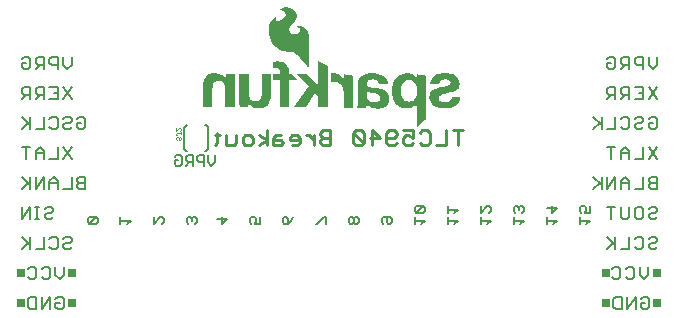
<source format=gbr>
G04 EAGLE Gerber RS-274X export*
G75*
%MOMM*%
%FSLAX34Y34*%
%LPD*%
%INSilkscreen Bottom*%
%IPPOS*%
%AMOC8*
5,1,8,0,0,1.08239X$1,22.5*%
G01*
%ADD10C,0.152400*%
%ADD11C,0.203200*%
%ADD12C,0.228600*%
%ADD13R,0.762000X0.762000*%
%ADD14C,0.025400*%

G36*
X272986Y212170D02*
X272986Y212170D01*
X272988Y212169D01*
X272989Y212172D01*
X272991Y212174D01*
X272991Y239774D01*
X272991Y239775D01*
X272791Y241375D01*
X272790Y241375D01*
X272791Y241376D01*
X272291Y242776D01*
X272290Y242776D01*
X272291Y242776D01*
X271791Y243876D01*
X271790Y243876D01*
X271790Y243877D01*
X271090Y244877D01*
X271089Y244877D01*
X271089Y244878D01*
X270189Y245578D01*
X269289Y246178D01*
X269288Y246178D01*
X269288Y246179D01*
X268288Y246579D01*
X268287Y246579D01*
X267287Y246879D01*
X266187Y247079D01*
X266186Y247079D01*
X264486Y247079D01*
X264485Y247079D01*
X263785Y246979D01*
X263785Y246978D01*
X263784Y246979D01*
X263284Y246779D01*
X262985Y246679D01*
X262786Y246679D01*
X262781Y246675D01*
X262786Y246669D01*
X262884Y246669D01*
X263183Y246470D01*
X263184Y246470D01*
X263185Y246469D01*
X263584Y246369D01*
X263983Y246070D01*
X264483Y245770D01*
X264983Y245470D01*
X265382Y245071D01*
X265682Y244572D01*
X265881Y243973D01*
X265881Y243275D01*
X265681Y242676D01*
X265282Y241977D01*
X264783Y241378D01*
X264084Y240878D01*
X263184Y240479D01*
X262085Y240179D01*
X262025Y240183D01*
X262024Y240183D01*
X261945Y240188D01*
X261866Y240193D01*
X261865Y240193D01*
X261786Y240198D01*
X261707Y240203D01*
X261706Y240203D01*
X261627Y240208D01*
X261548Y240213D01*
X261547Y240213D01*
X261468Y240218D01*
X261389Y240223D01*
X261388Y240223D01*
X261309Y240228D01*
X261230Y240233D01*
X261229Y240233D01*
X261150Y240238D01*
X261071Y240242D01*
X261070Y240242D01*
X260991Y240247D01*
X260912Y240252D01*
X260911Y240252D01*
X260832Y240257D01*
X260753Y240262D01*
X260752Y240262D01*
X260673Y240267D01*
X260594Y240272D01*
X260593Y240272D01*
X260514Y240277D01*
X260487Y240279D01*
X258988Y240679D01*
X257789Y241378D01*
X256990Y242477D01*
X256491Y243675D01*
X256494Y243715D01*
X256495Y243730D01*
X256499Y243785D01*
X256500Y243799D01*
X256504Y243854D01*
X256505Y243869D01*
X256509Y243924D01*
X256510Y243939D01*
X256514Y243993D01*
X256515Y244008D01*
X256519Y244063D01*
X256520Y244078D01*
X256524Y244132D01*
X256525Y244147D01*
X256529Y244202D01*
X256530Y244217D01*
X256534Y244271D01*
X256534Y244272D01*
X256535Y244286D01*
X256539Y244341D01*
X256540Y244356D01*
X256544Y244411D01*
X256545Y244426D01*
X256549Y244480D01*
X256550Y244495D01*
X256554Y244550D01*
X256555Y244565D01*
X256559Y244619D01*
X256560Y244634D01*
X256563Y244689D01*
X256564Y244689D01*
X256563Y244689D01*
X256565Y244704D01*
X256568Y244758D01*
X256570Y244773D01*
X256573Y244828D01*
X256574Y244843D01*
X256575Y244843D01*
X256578Y244898D01*
X256579Y244912D01*
X256583Y244967D01*
X256584Y244982D01*
X256588Y245037D01*
X256589Y245052D01*
X256591Y245073D01*
X257190Y246571D01*
X258490Y248070D01*
X260190Y249770D01*
X260190Y249771D01*
X261490Y251571D01*
X262490Y253271D01*
X262490Y253272D01*
X262491Y253273D01*
X262891Y255073D01*
X262891Y255074D01*
X262891Y256774D01*
X262890Y256775D01*
X262891Y256776D01*
X262391Y258376D01*
X262390Y258376D01*
X262390Y258377D01*
X261290Y259977D01*
X261289Y259977D01*
X261289Y259978D01*
X259589Y261478D01*
X259588Y261478D01*
X259588Y261479D01*
X257288Y262579D01*
X257287Y262578D01*
X257287Y262579D01*
X255087Y263079D01*
X255086Y263079D01*
X255083Y263079D01*
X254984Y263074D01*
X254983Y263074D01*
X254885Y263069D01*
X254884Y263069D01*
X254785Y263064D01*
X254686Y263059D01*
X254685Y263059D01*
X254586Y263054D01*
X254487Y263049D01*
X254388Y263044D01*
X254387Y263044D01*
X254288Y263039D01*
X254189Y263034D01*
X254188Y263034D01*
X254090Y263029D01*
X254089Y263029D01*
X253990Y263024D01*
X253891Y263019D01*
X253890Y263019D01*
X253791Y263014D01*
X253692Y263009D01*
X253593Y263004D01*
X253592Y263004D01*
X253493Y262999D01*
X253394Y262994D01*
X253393Y262994D01*
X253295Y262989D01*
X253294Y262989D01*
X253195Y262984D01*
X253096Y262979D01*
X253095Y262979D01*
X253086Y262979D01*
X253085Y262979D01*
X251285Y262579D01*
X251284Y262578D01*
X251284Y262579D01*
X249784Y261879D01*
X249784Y261878D01*
X248584Y261278D01*
X248583Y261278D01*
X247783Y260678D01*
X247782Y260678D01*
X247582Y260478D01*
X247582Y260476D01*
X247581Y260475D01*
X247582Y260473D01*
X247582Y260471D01*
X247584Y260471D01*
X247586Y260469D01*
X247686Y260469D01*
X247687Y260470D01*
X247687Y260469D01*
X248087Y260569D01*
X248686Y260669D01*
X249386Y260669D01*
X250185Y260569D01*
X251084Y260269D01*
X251883Y259870D01*
X252582Y259271D01*
X253082Y258671D01*
X253381Y258172D01*
X253581Y257573D01*
X253581Y256375D01*
X253381Y255776D01*
X252982Y255077D01*
X252482Y254377D01*
X251283Y253178D01*
X250583Y252678D01*
X249884Y252278D01*
X249084Y251879D01*
X248285Y251579D01*
X247586Y251479D01*
X246987Y251479D01*
X246289Y251778D01*
X245790Y252177D01*
X245491Y252776D01*
X245291Y253375D01*
X245291Y254473D01*
X245391Y254772D01*
X245390Y254773D01*
X245391Y254774D01*
X245391Y254974D01*
X245390Y254975D01*
X245391Y254976D01*
X245389Y254977D01*
X245387Y254979D01*
X245385Y254978D01*
X245383Y254978D01*
X243683Y253978D01*
X243683Y253977D01*
X243682Y253977D01*
X242082Y252277D01*
X240682Y249977D01*
X240682Y249976D01*
X240681Y249976D01*
X239681Y247076D01*
X239681Y247075D01*
X239181Y243875D01*
X239181Y243874D01*
X239381Y240374D01*
X239382Y240373D01*
X239381Y240373D01*
X240381Y236673D01*
X240382Y236672D01*
X242382Y233072D01*
X242382Y233071D01*
X243782Y231271D01*
X245282Y229671D01*
X245283Y229671D01*
X245283Y229670D01*
X246983Y228270D01*
X248883Y227070D01*
X248884Y227070D01*
X248884Y227069D01*
X250884Y226269D01*
X250885Y226269D01*
X253085Y225569D01*
X253085Y225570D01*
X253085Y225569D01*
X255485Y225269D01*
X255486Y225269D01*
X259285Y225269D01*
X260484Y224969D01*
X261483Y224470D01*
X262583Y223770D01*
X263583Y222870D01*
X264582Y221771D01*
X265782Y220471D01*
X266982Y219071D01*
X268182Y217771D01*
X270382Y215371D01*
X271282Y214371D01*
X271982Y213471D01*
X272582Y212771D01*
X272882Y212371D01*
X272982Y212172D01*
X272984Y212171D01*
X272985Y212169D01*
X272986Y212170D01*
G37*
G36*
X364387Y161271D02*
X364387Y161271D01*
X364389Y161270D01*
X365389Y162170D01*
X366389Y162970D01*
X367389Y163870D01*
X367390Y163870D01*
X368289Y164770D01*
X369289Y165570D01*
X370289Y166470D01*
X371189Y167270D01*
X372189Y168170D01*
X372190Y168173D01*
X372191Y168174D01*
X372191Y205074D01*
X372188Y205078D01*
X372187Y205079D01*
X370387Y205479D01*
X369387Y205579D01*
X368487Y205779D01*
X367587Y205879D01*
X366687Y206079D01*
X365687Y206279D01*
X364787Y206379D01*
X364781Y206375D01*
X364782Y206375D01*
X364781Y206374D01*
X364781Y202789D01*
X363990Y203877D01*
X363990Y203878D01*
X363090Y204778D01*
X363089Y204778D01*
X362189Y205578D01*
X361189Y206178D01*
X361188Y206178D01*
X361188Y206179D01*
X360088Y206579D01*
X358888Y206979D01*
X358887Y206978D01*
X358886Y206979D01*
X358853Y206982D01*
X358789Y206987D01*
X358788Y206987D01*
X358724Y206991D01*
X358659Y206996D01*
X358595Y207001D01*
X358530Y207006D01*
X358466Y207011D01*
X358401Y207016D01*
X358336Y207021D01*
X358272Y207026D01*
X358207Y207031D01*
X358143Y207036D01*
X358078Y207041D01*
X358013Y207046D01*
X357949Y207051D01*
X357884Y207056D01*
X357820Y207061D01*
X357755Y207066D01*
X357690Y207071D01*
X357626Y207076D01*
X357586Y207079D01*
X356386Y207179D01*
X353286Y206879D01*
X353285Y206878D01*
X353284Y206879D01*
X350584Y205979D01*
X350584Y205978D01*
X350583Y205978D01*
X348383Y204478D01*
X348383Y204477D01*
X348382Y204477D01*
X346582Y202577D01*
X345182Y200277D01*
X345182Y200276D01*
X345181Y200276D01*
X344281Y197776D01*
X344281Y197775D01*
X343681Y194975D01*
X343681Y194974D01*
X343481Y191974D01*
X343681Y189174D01*
X343681Y189173D01*
X344281Y186473D01*
X344282Y186473D01*
X344281Y186472D01*
X345181Y184072D01*
X345182Y184072D01*
X345182Y184071D01*
X346582Y181871D01*
X348282Y179971D01*
X348283Y179971D01*
X348283Y179970D01*
X350483Y178570D01*
X350484Y178570D01*
X350484Y178569D01*
X352984Y177669D01*
X352985Y177670D01*
X352986Y177669D01*
X355886Y177369D01*
X357186Y177469D01*
X357187Y177469D01*
X358387Y177669D01*
X359587Y177969D01*
X359588Y177970D01*
X359588Y177969D01*
X360688Y178469D01*
X360688Y178470D01*
X361788Y179070D01*
X361789Y179070D01*
X362789Y179770D01*
X362789Y179771D01*
X362790Y179771D01*
X363590Y180671D01*
X364381Y181660D01*
X364381Y161274D01*
X364382Y161273D01*
X364382Y161271D01*
X364384Y161271D01*
X364385Y161269D01*
X364387Y161271D01*
G37*
G36*
X332586Y177269D02*
X332586Y177269D01*
X332587Y177269D01*
X333587Y177369D01*
X335387Y177769D01*
X335388Y177769D01*
X336288Y178069D01*
X336288Y178070D01*
X337088Y178470D01*
X337788Y178870D01*
X337789Y178870D01*
X338489Y179370D01*
X339089Y179870D01*
X339089Y179871D01*
X339090Y179871D01*
X339590Y180571D01*
X340090Y181171D01*
X340090Y181172D01*
X340490Y181972D01*
X340491Y181972D01*
X340791Y182772D01*
X340791Y182773D01*
X341091Y183773D01*
X341191Y184673D01*
X341191Y184674D01*
X341291Y185774D01*
X341291Y185775D01*
X340991Y187975D01*
X340990Y187975D01*
X340991Y187976D01*
X340391Y189676D01*
X340390Y189676D01*
X340390Y189677D01*
X339490Y191077D01*
X339489Y191077D01*
X339489Y191078D01*
X338189Y192178D01*
X336789Y193078D01*
X336788Y193078D01*
X336788Y193079D01*
X335188Y193679D01*
X335187Y193679D01*
X333487Y194079D01*
X331687Y194379D01*
X329887Y194579D01*
X328187Y194779D01*
X326587Y194979D01*
X325287Y195379D01*
X324088Y195779D01*
X323189Y196278D01*
X322591Y197076D01*
X322491Y198074D01*
X322491Y198674D01*
X322591Y199273D01*
X322691Y199672D01*
X323090Y200472D01*
X323290Y200771D01*
X323589Y201070D01*
X323888Y201270D01*
X324288Y201469D01*
X324687Y201569D01*
X324688Y201570D01*
X325087Y201769D01*
X325486Y201769D01*
X325487Y201769D01*
X326487Y201969D01*
X327986Y201969D01*
X328585Y201869D01*
X329085Y201769D01*
X329485Y201669D01*
X329984Y201569D01*
X330384Y201370D01*
X330683Y201170D01*
X330684Y201170D01*
X331083Y200970D01*
X331682Y200371D01*
X332082Y199572D01*
X332281Y199172D01*
X332381Y198673D01*
X332382Y198673D01*
X332381Y198672D01*
X332581Y198173D01*
X332581Y197674D01*
X332585Y197669D01*
X332586Y197669D01*
X340386Y197669D01*
X340391Y197673D01*
X340390Y197674D01*
X340391Y197675D01*
X340191Y198975D01*
X339891Y200175D01*
X339890Y200176D01*
X339891Y200176D01*
X339491Y201176D01*
X339490Y201176D01*
X338990Y202176D01*
X338990Y202177D01*
X338390Y203077D01*
X337690Y203877D01*
X337689Y203877D01*
X337689Y203878D01*
X335889Y205078D01*
X335888Y205078D01*
X334988Y205578D01*
X333988Y206078D01*
X333987Y206079D01*
X331787Y206679D01*
X330587Y206879D01*
X330586Y206879D01*
X329486Y206979D01*
X328286Y207079D01*
X324886Y207079D01*
X323886Y206979D01*
X323885Y206979D01*
X321685Y206579D01*
X320685Y206379D01*
X319685Y206079D01*
X319684Y206078D01*
X319684Y206079D01*
X318784Y205679D01*
X318784Y205678D01*
X317884Y205178D01*
X317883Y205178D01*
X317083Y204578D01*
X316383Y203978D01*
X316383Y203977D01*
X316382Y203977D01*
X315782Y203177D01*
X315282Y202377D01*
X315282Y202376D01*
X315281Y202375D01*
X314981Y201375D01*
X314681Y200275D01*
X314682Y200274D01*
X314681Y200274D01*
X314681Y183375D01*
X314581Y182875D01*
X314581Y182874D01*
X314581Y181575D01*
X314481Y181075D01*
X314481Y181074D01*
X314481Y180675D01*
X314181Y179475D01*
X314182Y179474D01*
X314181Y179474D01*
X314181Y179175D01*
X314082Y178876D01*
X313882Y178577D01*
X313882Y178576D01*
X313881Y178576D01*
X313781Y178276D01*
X313682Y178076D01*
X313682Y178075D01*
X313681Y178075D01*
X313682Y178073D01*
X313683Y178070D01*
X313685Y178070D01*
X313686Y178069D01*
X321586Y178069D01*
X321591Y178073D01*
X321591Y178074D01*
X321591Y178272D01*
X321690Y178370D01*
X321690Y178373D01*
X321691Y178374D01*
X321691Y178573D01*
X321790Y178771D01*
X321890Y178870D01*
X321890Y178872D01*
X321891Y178873D01*
X321891Y178874D01*
X321891Y179272D01*
X321990Y179370D01*
X321990Y179373D01*
X321991Y179374D01*
X321991Y179773D01*
X322090Y179972D01*
X322090Y179973D01*
X322091Y179974D01*
X322091Y180764D01*
X322583Y180370D01*
X323082Y179870D01*
X323083Y179870D01*
X323583Y179470D01*
X324083Y179170D01*
X324084Y179170D01*
X325884Y178270D01*
X325884Y178269D01*
X327084Y177869D01*
X327085Y177870D01*
X327085Y177869D01*
X327685Y177769D01*
X328385Y177569D01*
X328985Y177469D01*
X329685Y177369D01*
X329686Y177369D01*
X330286Y177369D01*
X330985Y177269D01*
X330986Y177269D01*
X332586Y177269D01*
X332586Y177269D01*
G37*
G36*
X270488Y178171D02*
X270488Y178171D01*
X270490Y178171D01*
X278287Y190766D01*
X281281Y187872D01*
X281281Y178174D01*
X281285Y178169D01*
X281286Y178169D01*
X289086Y178169D01*
X289091Y178173D01*
X289091Y178174D01*
X289091Y212874D01*
X289089Y212876D01*
X289088Y212878D01*
X281288Y217178D01*
X281287Y217178D01*
X281287Y217179D01*
X281286Y217179D01*
X281285Y217178D01*
X281282Y217177D01*
X281282Y217175D01*
X281281Y217174D01*
X281281Y196286D01*
X271490Y206377D01*
X271487Y206378D01*
X271486Y206379D01*
X262286Y206379D01*
X262285Y206378D01*
X262283Y206378D01*
X262283Y206376D01*
X262281Y206375D01*
X262283Y206373D01*
X262283Y206370D01*
X272980Y195973D01*
X261082Y178177D01*
X261082Y178175D01*
X261081Y178175D01*
X261082Y178173D01*
X261083Y178170D01*
X261085Y178171D01*
X261086Y178169D01*
X270486Y178169D01*
X270488Y178171D01*
G37*
G36*
X191591Y178173D02*
X191591Y178173D01*
X191591Y178174D01*
X191591Y194074D01*
X191691Y195773D01*
X191891Y197173D01*
X192191Y198372D01*
X192690Y199371D01*
X193389Y200070D01*
X194288Y200569D01*
X195287Y200969D01*
X196586Y201069D01*
X197985Y200969D01*
X199284Y200569D01*
X200283Y199970D01*
X201182Y199171D01*
X201781Y198072D01*
X202181Y196673D01*
X202481Y194973D01*
X202581Y192974D01*
X202581Y178174D01*
X202585Y178169D01*
X202586Y178169D01*
X210386Y178169D01*
X210391Y178173D01*
X210391Y178174D01*
X210391Y202874D01*
X210291Y206374D01*
X210286Y206379D01*
X202886Y206379D01*
X202881Y206375D01*
X202881Y206374D01*
X202881Y202479D01*
X202789Y202479D01*
X201990Y203577D01*
X201090Y204577D01*
X201089Y204577D01*
X201089Y204578D01*
X200089Y205378D01*
X198989Y206078D01*
X198988Y206078D01*
X198988Y206079D01*
X197788Y206579D01*
X197787Y206578D01*
X197787Y206579D01*
X196587Y206879D01*
X195387Y207079D01*
X195386Y207079D01*
X194186Y207179D01*
X194152Y207177D01*
X194083Y207172D01*
X194013Y207167D01*
X193944Y207162D01*
X193874Y207157D01*
X193805Y207152D01*
X193735Y207147D01*
X193665Y207142D01*
X193596Y207137D01*
X193526Y207132D01*
X193457Y207127D01*
X193387Y207122D01*
X193318Y207117D01*
X193248Y207112D01*
X193179Y207107D01*
X193178Y207107D01*
X193109Y207102D01*
X193039Y207097D01*
X192970Y207092D01*
X192900Y207087D01*
X192831Y207082D01*
X192761Y207077D01*
X192692Y207072D01*
X192622Y207067D01*
X192552Y207062D01*
X192483Y207057D01*
X192413Y207052D01*
X192344Y207047D01*
X192274Y207042D01*
X192205Y207037D01*
X192135Y207033D01*
X192066Y207028D01*
X192065Y207028D01*
X191996Y207023D01*
X191926Y207018D01*
X191857Y207013D01*
X191787Y207008D01*
X191718Y207003D01*
X191648Y206998D01*
X191579Y206993D01*
X191509Y206988D01*
X191439Y206983D01*
X191386Y206979D01*
X191385Y206979D01*
X189085Y206379D01*
X189084Y206378D01*
X187284Y205378D01*
X187283Y205377D01*
X187282Y205378D01*
X185882Y203978D01*
X185882Y203977D01*
X184882Y202277D01*
X184882Y202276D01*
X184881Y202275D01*
X184281Y200275D01*
X183881Y198075D01*
X183881Y198074D01*
X183781Y195574D01*
X183781Y178174D01*
X183785Y178169D01*
X183786Y178169D01*
X191586Y178169D01*
X191591Y178173D01*
G37*
G36*
X233486Y177569D02*
X233486Y177569D01*
X233487Y177570D01*
X233487Y177569D01*
X235787Y178169D01*
X235788Y178170D01*
X237588Y179170D01*
X237589Y179171D01*
X237590Y179170D01*
X238990Y180570D01*
X238990Y180571D01*
X238990Y180572D01*
X239890Y182272D01*
X239891Y182272D01*
X240591Y184272D01*
X240590Y184273D01*
X240591Y184273D01*
X240891Y186473D01*
X240891Y186474D01*
X240991Y188974D01*
X240991Y206374D01*
X240987Y206379D01*
X240986Y206379D01*
X233286Y206379D01*
X233281Y206375D01*
X233281Y206374D01*
X233281Y190474D01*
X233181Y188775D01*
X232981Y187375D01*
X232581Y186176D01*
X232082Y185177D01*
X231483Y184478D01*
X230584Y183879D01*
X229485Y183579D01*
X228286Y183479D01*
X228262Y183481D01*
X228188Y183486D01*
X228187Y183486D01*
X228113Y183491D01*
X228039Y183496D01*
X228038Y183496D01*
X227964Y183500D01*
X227889Y183505D01*
X227815Y183510D01*
X227740Y183515D01*
X227666Y183520D01*
X227591Y183525D01*
X227517Y183530D01*
X227442Y183535D01*
X227368Y183540D01*
X227293Y183545D01*
X227219Y183550D01*
X227144Y183555D01*
X227070Y183560D01*
X227069Y183560D01*
X226995Y183565D01*
X226921Y183570D01*
X226920Y183570D01*
X226846Y183575D01*
X226787Y183579D01*
X225588Y183979D01*
X224489Y184578D01*
X223690Y185377D01*
X223091Y186476D01*
X222591Y187875D01*
X222291Y189574D01*
X222291Y206374D01*
X222287Y206379D01*
X222286Y206379D01*
X214486Y206379D01*
X214481Y206375D01*
X214481Y206374D01*
X214481Y181674D01*
X214581Y178174D01*
X214586Y178169D01*
X221986Y178169D01*
X221991Y178173D01*
X221991Y178174D01*
X221991Y182059D01*
X222782Y180971D01*
X222783Y180971D01*
X222782Y180970D01*
X223782Y179970D01*
X223783Y179970D01*
X224783Y179170D01*
X225883Y178470D01*
X225884Y178470D01*
X225884Y178469D01*
X226984Y177969D01*
X226985Y177970D01*
X226985Y177969D01*
X228185Y177669D01*
X229485Y177469D01*
X229486Y177469D01*
X230686Y177369D01*
X233486Y177569D01*
G37*
G36*
X390686Y177469D02*
X390686Y177469D01*
X390687Y177469D01*
X393087Y177869D01*
X393088Y177869D01*
X395288Y178569D01*
X395288Y178570D01*
X397288Y179570D01*
X397289Y179570D01*
X398989Y180870D01*
X398989Y180871D01*
X398990Y180871D01*
X400290Y182571D01*
X400290Y182572D01*
X400291Y182572D01*
X401191Y184772D01*
X401190Y184773D01*
X401191Y184773D01*
X401591Y187273D01*
X401590Y187274D01*
X401587Y187279D01*
X401587Y187278D01*
X401586Y187279D01*
X394186Y187279D01*
X394181Y187275D01*
X394181Y187274D01*
X394081Y186175D01*
X393682Y185177D01*
X393082Y184377D01*
X392283Y183678D01*
X391384Y183179D01*
X390385Y182879D01*
X389385Y182679D01*
X388186Y182579D01*
X387387Y182579D01*
X386487Y182779D01*
X385688Y182979D01*
X384888Y183378D01*
X384189Y183778D01*
X383590Y184477D01*
X383291Y185275D01*
X383091Y186174D01*
X383291Y186972D01*
X383690Y187671D01*
X384489Y188270D01*
X385488Y188770D01*
X386688Y189269D01*
X388187Y189669D01*
X389987Y190069D01*
X393587Y190969D01*
X395287Y191469D01*
X395288Y191470D01*
X395288Y191469D01*
X396788Y192069D01*
X396788Y192070D01*
X398088Y192770D01*
X398089Y192770D01*
X399289Y193770D01*
X399289Y193771D01*
X399290Y193771D01*
X400190Y194971D01*
X400190Y194972D01*
X400191Y194972D01*
X400691Y196372D01*
X400690Y196373D01*
X400691Y196373D01*
X400891Y198073D01*
X400890Y198074D01*
X400891Y198075D01*
X400591Y200575D01*
X400590Y200575D01*
X400591Y200576D01*
X399891Y202576D01*
X399890Y202576D01*
X399890Y202577D01*
X398590Y204177D01*
X398589Y204177D01*
X398589Y204178D01*
X396989Y205378D01*
X396988Y205378D01*
X396988Y205379D01*
X395188Y206179D01*
X395188Y206178D01*
X395187Y206179D01*
X393087Y206779D01*
X390887Y207079D01*
X390886Y207079D01*
X390813Y207082D01*
X390699Y207087D01*
X390585Y207092D01*
X390584Y207092D01*
X390471Y207097D01*
X390470Y207097D01*
X390356Y207102D01*
X390242Y207107D01*
X390128Y207112D01*
X390127Y207112D01*
X390013Y207117D01*
X389899Y207122D01*
X389785Y207127D01*
X389784Y207127D01*
X389671Y207132D01*
X389670Y207132D01*
X389556Y207137D01*
X389442Y207142D01*
X389328Y207147D01*
X389327Y207147D01*
X389214Y207152D01*
X389213Y207152D01*
X389099Y207157D01*
X388985Y207162D01*
X388984Y207162D01*
X388871Y207167D01*
X388870Y207167D01*
X388756Y207172D01*
X388642Y207177D01*
X388586Y207179D01*
X388530Y207177D01*
X388416Y207172D01*
X388302Y207167D01*
X388301Y207167D01*
X388188Y207162D01*
X388187Y207162D01*
X388073Y207157D01*
X387959Y207152D01*
X387845Y207147D01*
X387844Y207147D01*
X387730Y207142D01*
X387616Y207137D01*
X387502Y207132D01*
X387501Y207132D01*
X387388Y207127D01*
X387387Y207127D01*
X387273Y207122D01*
X387159Y207117D01*
X387045Y207112D01*
X387044Y207112D01*
X386931Y207107D01*
X386930Y207107D01*
X386816Y207102D01*
X386702Y207097D01*
X386701Y207097D01*
X386588Y207092D01*
X386587Y207092D01*
X386473Y207087D01*
X386359Y207082D01*
X386286Y207079D01*
X386285Y207079D01*
X384185Y206779D01*
X382085Y206179D01*
X382084Y206178D01*
X380284Y205278D01*
X380283Y205278D01*
X378683Y204078D01*
X378683Y204077D01*
X378682Y204077D01*
X377482Y202477D01*
X377482Y202476D01*
X376582Y200576D01*
X376582Y200575D01*
X376581Y200575D01*
X376081Y198175D01*
X376082Y198174D01*
X376084Y198169D01*
X376085Y198170D01*
X376086Y198169D01*
X383486Y198169D01*
X383490Y198172D01*
X383491Y198173D01*
X383691Y199172D01*
X384090Y199971D01*
X384590Y200671D01*
X385189Y201170D01*
X385988Y201569D01*
X386887Y201769D01*
X387787Y201969D01*
X389486Y201969D01*
X390285Y201869D01*
X390985Y201769D01*
X391684Y201569D01*
X392283Y201170D01*
X392682Y200771D01*
X392981Y200172D01*
X393181Y199374D01*
X392981Y198376D01*
X392383Y197678D01*
X391484Y197078D01*
X390384Y196579D01*
X389085Y196179D01*
X387585Y195879D01*
X385985Y195479D01*
X384285Y195179D01*
X382685Y194679D01*
X380985Y194179D01*
X380984Y194179D01*
X379484Y193579D01*
X379484Y193578D01*
X379483Y193578D01*
X378183Y192778D01*
X376983Y191778D01*
X376983Y191777D01*
X376982Y191777D01*
X376082Y190477D01*
X376082Y190476D01*
X376081Y190476D01*
X375581Y188976D01*
X375582Y188975D01*
X375581Y188975D01*
X375381Y187175D01*
X375382Y187174D01*
X375381Y187173D01*
X375681Y184673D01*
X375682Y184673D01*
X375681Y184672D01*
X376481Y182572D01*
X376482Y182572D01*
X376482Y182571D01*
X377782Y180871D01*
X377783Y180871D01*
X377783Y180870D01*
X379383Y179470D01*
X379384Y179470D01*
X381384Y178470D01*
X381385Y178469D01*
X383585Y177869D01*
X385885Y177469D01*
X385886Y177469D01*
X388286Y177369D01*
X390686Y177469D01*
G37*
G36*
X256391Y178173D02*
X256391Y178173D01*
X256391Y178174D01*
X256391Y201169D01*
X264086Y201169D01*
X264087Y201170D01*
X264089Y201170D01*
X264089Y201172D01*
X264091Y201173D01*
X264089Y201175D01*
X264090Y201178D01*
X263390Y201878D01*
X263389Y201878D01*
X262690Y202478D01*
X262090Y203177D01*
X262089Y203177D01*
X262089Y203178D01*
X261390Y203778D01*
X260790Y204477D01*
X260789Y204477D01*
X260789Y204478D01*
X260090Y205078D01*
X258790Y206378D01*
X258787Y206378D01*
X258786Y206379D01*
X256391Y206379D01*
X256391Y208574D01*
X256291Y210374D01*
X256290Y210375D01*
X256291Y210375D01*
X255791Y212075D01*
X255790Y212076D01*
X255090Y213476D01*
X255090Y213477D01*
X254090Y214777D01*
X254089Y214777D01*
X254089Y214778D01*
X252689Y215778D01*
X252688Y215778D01*
X251088Y216578D01*
X251087Y216578D01*
X251087Y216579D01*
X249187Y216979D01*
X249186Y216979D01*
X246886Y217179D01*
X245386Y217179D01*
X245385Y217179D01*
X244886Y217079D01*
X243786Y217079D01*
X243785Y217079D01*
X243286Y216979D01*
X242786Y216979D01*
X242781Y216975D01*
X242781Y216974D01*
X242781Y211174D01*
X242781Y211173D01*
X242782Y211173D01*
X242785Y211169D01*
X242786Y211170D01*
X242787Y211169D01*
X243187Y211269D01*
X244986Y211269D01*
X244987Y211270D01*
X244988Y211269D01*
X245287Y211369D01*
X245686Y211369D01*
X246385Y211269D01*
X246985Y211169D01*
X247583Y210970D01*
X247982Y210571D01*
X248282Y210172D01*
X248481Y209573D01*
X248581Y208874D01*
X248581Y206379D01*
X243286Y206379D01*
X243281Y206375D01*
X243281Y206374D01*
X243281Y201174D01*
X243285Y201169D01*
X243286Y201169D01*
X248581Y201169D01*
X248581Y178174D01*
X248585Y178169D01*
X248586Y178169D01*
X256386Y178169D01*
X256391Y178173D01*
G37*
G36*
X310391Y178073D02*
X310391Y178073D01*
X310391Y178074D01*
X310391Y201674D01*
X310291Y205074D01*
X310288Y205078D01*
X310287Y205079D01*
X309387Y205279D01*
X308387Y205379D01*
X306587Y205779D01*
X305687Y205879D01*
X304787Y206079D01*
X303787Y206279D01*
X302887Y206379D01*
X302881Y206375D01*
X302882Y206375D01*
X302881Y206374D01*
X302881Y201194D01*
X302190Y202476D01*
X302190Y202477D01*
X301390Y203577D01*
X301390Y203578D01*
X300390Y204578D01*
X300389Y204578D01*
X299189Y205478D01*
X297989Y206178D01*
X297988Y206178D01*
X297988Y206179D01*
X296688Y206779D01*
X296687Y206778D01*
X296687Y206779D01*
X295287Y207079D01*
X295286Y207079D01*
X295248Y207082D01*
X295247Y207082D01*
X295173Y207087D01*
X295099Y207092D01*
X295098Y207092D01*
X295024Y207096D01*
X294949Y207101D01*
X294875Y207106D01*
X294800Y207111D01*
X294726Y207116D01*
X294651Y207121D01*
X294577Y207126D01*
X294502Y207131D01*
X294428Y207136D01*
X294353Y207141D01*
X294279Y207146D01*
X294204Y207151D01*
X294130Y207156D01*
X294129Y207156D01*
X294055Y207161D01*
X293981Y207166D01*
X293980Y207166D01*
X293906Y207171D01*
X293831Y207176D01*
X293786Y207179D01*
X293186Y207179D01*
X293185Y207178D01*
X293184Y207178D01*
X292985Y207079D01*
X292786Y207079D01*
X292785Y207078D01*
X292784Y207079D01*
X292485Y206979D01*
X292286Y206979D01*
X292285Y206978D01*
X292284Y206978D01*
X292084Y206878D01*
X292083Y206875D01*
X292081Y206874D01*
X292081Y199674D01*
X292081Y199673D01*
X292083Y199672D01*
X292085Y199669D01*
X292086Y199670D01*
X292088Y199669D01*
X292387Y199769D01*
X292686Y199769D01*
X292687Y199770D01*
X292687Y199769D01*
X293087Y199869D01*
X293786Y199869D01*
X293787Y199870D01*
X293787Y199869D01*
X294187Y199969D01*
X294886Y199969D01*
X296885Y199769D01*
X298484Y199269D01*
X299883Y198370D01*
X300882Y197271D01*
X301681Y195972D01*
X302181Y194373D01*
X302481Y192673D01*
X302581Y190874D01*
X302581Y178074D01*
X302585Y178069D01*
X302586Y178069D01*
X310386Y178069D01*
X310391Y178073D01*
G37*
%LPC*%
G36*
X356187Y183379D02*
X356187Y183379D01*
X354789Y183978D01*
X353589Y184878D01*
X352690Y185977D01*
X352091Y187376D01*
X351591Y188875D01*
X351391Y190474D01*
X351291Y192174D01*
X351391Y193873D01*
X351591Y195573D01*
X352091Y197072D01*
X352790Y198471D01*
X353690Y199670D01*
X354888Y200570D01*
X356287Y201069D01*
X358086Y201269D01*
X359785Y201069D01*
X361284Y200570D01*
X362382Y199671D01*
X363282Y198471D01*
X363981Y197072D01*
X364381Y195573D01*
X364681Y193873D01*
X364781Y192174D01*
X364681Y190475D01*
X364381Y188875D01*
X363981Y187376D01*
X363282Y185977D01*
X362383Y184878D01*
X361183Y183978D01*
X359685Y183379D01*
X357986Y183179D01*
X356187Y183379D01*
G37*
%LPD*%
%LPC*%
G36*
X327686Y182579D02*
X327686Y182579D01*
X326687Y182779D01*
X325888Y182979D01*
X325188Y183378D01*
X324589Y183678D01*
X324090Y184177D01*
X323690Y184677D01*
X323290Y185177D01*
X323091Y185676D01*
X323090Y185676D01*
X322791Y186276D01*
X322691Y186775D01*
X322491Y187774D01*
X322491Y191962D01*
X322682Y191770D01*
X322683Y191770D01*
X323283Y191370D01*
X323284Y191370D01*
X323285Y191369D01*
X324085Y191169D01*
X324384Y191069D01*
X324385Y191069D01*
X324885Y190969D01*
X325685Y190769D01*
X325686Y190769D01*
X326185Y190769D01*
X326585Y190669D01*
X327085Y190569D01*
X327086Y190569D01*
X327486Y190569D01*
X327985Y190469D01*
X328485Y190369D01*
X328885Y190269D01*
X329385Y190169D01*
X330584Y189869D01*
X330984Y189670D01*
X330985Y189670D01*
X330985Y189669D01*
X331384Y189569D01*
X331784Y189370D01*
X332083Y189170D01*
X332682Y188571D01*
X333082Y187972D01*
X333281Y187572D01*
X333381Y187173D01*
X333481Y186674D01*
X333481Y185675D01*
X333381Y185175D01*
X333281Y184776D01*
X333082Y184376D01*
X332682Y183777D01*
X332383Y183478D01*
X332084Y183278D01*
X331684Y183079D01*
X331384Y182979D01*
X331384Y182978D01*
X330984Y182779D01*
X330585Y182679D01*
X330086Y182579D01*
X327686Y182579D01*
G37*
%LPD*%
D10*
X193548Y137675D02*
X193548Y131913D01*
X190667Y129032D01*
X187786Y131913D01*
X187786Y137675D01*
X184193Y137675D02*
X184193Y129032D01*
X184193Y137675D02*
X179871Y137675D01*
X178431Y136235D01*
X178431Y133354D01*
X179871Y131913D01*
X184193Y131913D01*
X174838Y129032D02*
X174838Y137675D01*
X170516Y137675D01*
X169075Y136235D01*
X169075Y133354D01*
X170516Y131913D01*
X174838Y131913D01*
X171957Y131913D02*
X169075Y129032D01*
X161161Y137675D02*
X159720Y136235D01*
X161161Y137675D02*
X164042Y137675D01*
X165482Y136235D01*
X165482Y130473D01*
X164042Y129032D01*
X161161Y129032D01*
X159720Y130473D01*
X159720Y133354D01*
X162601Y133354D01*
D11*
X554476Y16264D02*
X556255Y18043D01*
X559815Y18043D01*
X561594Y16264D01*
X561594Y9146D01*
X559815Y7366D01*
X556255Y7366D01*
X554476Y9146D01*
X554476Y12705D01*
X558035Y12705D01*
X549900Y18043D02*
X549900Y7366D01*
X542782Y7366D02*
X549900Y18043D01*
X542782Y18043D02*
X542782Y7366D01*
X538206Y7366D02*
X538206Y18043D01*
X538206Y7366D02*
X532868Y7366D01*
X531088Y9146D01*
X531088Y16264D01*
X532868Y18043D01*
X538206Y18043D01*
X560324Y36325D02*
X560324Y43443D01*
X560324Y36325D02*
X556765Y32766D01*
X553206Y36325D01*
X553206Y43443D01*
X543291Y43443D02*
X541512Y41664D01*
X543291Y43443D02*
X546851Y43443D01*
X548630Y41664D01*
X548630Y34546D01*
X546851Y32766D01*
X543291Y32766D01*
X541512Y34546D01*
X531598Y43443D02*
X529818Y41664D01*
X531598Y43443D02*
X535157Y43443D01*
X536936Y41664D01*
X536936Y34546D01*
X535157Y32766D01*
X531598Y32766D01*
X529818Y34546D01*
X560826Y67064D02*
X562605Y68843D01*
X566165Y68843D01*
X567944Y67064D01*
X567944Y65284D01*
X566165Y63505D01*
X562605Y63505D01*
X560826Y61725D01*
X560826Y59946D01*
X562605Y58166D01*
X566165Y58166D01*
X567944Y59946D01*
X550911Y68843D02*
X549132Y67064D01*
X550911Y68843D02*
X554471Y68843D01*
X556250Y67064D01*
X556250Y59946D01*
X554471Y58166D01*
X550911Y58166D01*
X549132Y59946D01*
X544556Y58166D02*
X544556Y68843D01*
X544556Y58166D02*
X537438Y58166D01*
X532862Y58166D02*
X532862Y68843D01*
X532862Y61725D02*
X525744Y68843D01*
X531083Y63505D02*
X525744Y58166D01*
X560826Y92464D02*
X562605Y94243D01*
X566165Y94243D01*
X567944Y92464D01*
X567944Y90684D01*
X566165Y88905D01*
X562605Y88905D01*
X560826Y87125D01*
X560826Y85346D01*
X562605Y83566D01*
X566165Y83566D01*
X567944Y85346D01*
X554471Y94243D02*
X550911Y94243D01*
X554471Y94243D02*
X556250Y92464D01*
X556250Y85346D01*
X554471Y83566D01*
X550911Y83566D01*
X549132Y85346D01*
X549132Y92464D01*
X550911Y94243D01*
X544556Y94243D02*
X544556Y85346D01*
X542777Y83566D01*
X539218Y83566D01*
X537438Y85346D01*
X537438Y94243D01*
X529303Y94243D02*
X529303Y83566D01*
X532862Y94243D02*
X525744Y94243D01*
X567944Y108966D02*
X567944Y119643D01*
X562605Y119643D01*
X560826Y117864D01*
X560826Y116084D01*
X562605Y114305D01*
X560826Y112525D01*
X560826Y110746D01*
X562605Y108966D01*
X567944Y108966D01*
X567944Y114305D02*
X562605Y114305D01*
X556250Y119643D02*
X556250Y108966D01*
X549132Y108966D01*
X544556Y108966D02*
X544556Y116084D01*
X540997Y119643D01*
X537438Y116084D01*
X537438Y108966D01*
X537438Y114305D02*
X544556Y114305D01*
X532862Y119643D02*
X532862Y108966D01*
X525744Y108966D02*
X532862Y119643D01*
X525744Y119643D02*
X525744Y108966D01*
X521168Y108966D02*
X521168Y119643D01*
X521168Y112525D02*
X514050Y119643D01*
X519389Y114305D02*
X514050Y108966D01*
X560826Y134366D02*
X567944Y145043D01*
X560826Y145043D02*
X567944Y134366D01*
X556250Y134366D02*
X556250Y145043D01*
X556250Y134366D02*
X549132Y134366D01*
X544556Y134366D02*
X544556Y141484D01*
X540997Y145043D01*
X537438Y141484D01*
X537438Y134366D01*
X537438Y139705D02*
X544556Y139705D01*
X529303Y134366D02*
X529303Y145043D01*
X532862Y145043D02*
X525744Y145043D01*
X560826Y168664D02*
X562605Y170443D01*
X566165Y170443D01*
X567944Y168664D01*
X567944Y161546D01*
X566165Y159766D01*
X562605Y159766D01*
X560826Y161546D01*
X560826Y165105D01*
X564385Y165105D01*
X550911Y170443D02*
X549132Y168664D01*
X550911Y170443D02*
X554471Y170443D01*
X556250Y168664D01*
X556250Y166884D01*
X554471Y165105D01*
X550911Y165105D01*
X549132Y163325D01*
X549132Y161546D01*
X550911Y159766D01*
X554471Y159766D01*
X556250Y161546D01*
X539218Y170443D02*
X537438Y168664D01*
X539218Y170443D02*
X542777Y170443D01*
X544556Y168664D01*
X544556Y161546D01*
X542777Y159766D01*
X539218Y159766D01*
X537438Y161546D01*
X532862Y159766D02*
X532862Y170443D01*
X532862Y159766D02*
X525744Y159766D01*
X521168Y159766D02*
X521168Y170443D01*
X521168Y163325D02*
X514050Y170443D01*
X519389Y165105D02*
X514050Y159766D01*
X567944Y214125D02*
X567944Y221243D01*
X567944Y214125D02*
X564385Y210566D01*
X560826Y214125D01*
X560826Y221243D01*
X556250Y221243D02*
X556250Y210566D01*
X556250Y221243D02*
X550911Y221243D01*
X549132Y219464D01*
X549132Y215905D01*
X550911Y214125D01*
X556250Y214125D01*
X544556Y210566D02*
X544556Y221243D01*
X539218Y221243D01*
X537438Y219464D01*
X537438Y215905D01*
X539218Y214125D01*
X544556Y214125D01*
X540997Y214125D02*
X537438Y210566D01*
X527524Y221243D02*
X525744Y219464D01*
X527524Y221243D02*
X531083Y221243D01*
X532862Y219464D01*
X532862Y212346D01*
X531083Y210566D01*
X527524Y210566D01*
X525744Y212346D01*
X525744Y215905D01*
X529303Y215905D01*
X567944Y195843D02*
X560826Y185166D01*
X567944Y185166D02*
X560826Y195843D01*
X556250Y195843D02*
X549132Y195843D01*
X556250Y195843D02*
X556250Y185166D01*
X549132Y185166D01*
X552691Y190505D02*
X556250Y190505D01*
X544556Y195843D02*
X544556Y185166D01*
X544556Y195843D02*
X539218Y195843D01*
X537438Y194064D01*
X537438Y190505D01*
X539218Y188725D01*
X544556Y188725D01*
X540997Y188725D02*
X537438Y185166D01*
X532862Y185166D02*
X532862Y195843D01*
X527524Y195843D01*
X525744Y194064D01*
X525744Y190505D01*
X527524Y188725D01*
X532862Y188725D01*
X529303Y188725D02*
X525744Y185166D01*
X60477Y18043D02*
X58698Y16264D01*
X60477Y18043D02*
X64036Y18043D01*
X65816Y16264D01*
X65816Y9146D01*
X64036Y7366D01*
X60477Y7366D01*
X58698Y9146D01*
X58698Y12705D01*
X62257Y12705D01*
X54122Y18043D02*
X54122Y7366D01*
X47004Y7366D02*
X54122Y18043D01*
X47004Y18043D02*
X47004Y7366D01*
X42428Y7366D02*
X42428Y18043D01*
X42428Y7366D02*
X37089Y7366D01*
X35310Y9146D01*
X35310Y16264D01*
X37089Y18043D01*
X42428Y18043D01*
X65816Y36325D02*
X65816Y43443D01*
X65816Y36325D02*
X62257Y32766D01*
X58698Y36325D01*
X58698Y43443D01*
X48783Y43443D02*
X47004Y41664D01*
X48783Y43443D02*
X52343Y43443D01*
X54122Y41664D01*
X54122Y34546D01*
X52343Y32766D01*
X48783Y32766D01*
X47004Y34546D01*
X37089Y43443D02*
X35310Y41664D01*
X37089Y43443D02*
X40649Y43443D01*
X42428Y41664D01*
X42428Y34546D01*
X40649Y32766D01*
X37089Y32766D01*
X35310Y34546D01*
X65312Y67064D02*
X67091Y68843D01*
X70650Y68843D01*
X72430Y67064D01*
X72430Y65284D01*
X70650Y63505D01*
X67091Y63505D01*
X65312Y61725D01*
X65312Y59946D01*
X67091Y58166D01*
X70650Y58166D01*
X72430Y59946D01*
X55397Y68843D02*
X53618Y67064D01*
X55397Y68843D02*
X58957Y68843D01*
X60736Y67064D01*
X60736Y59946D01*
X58957Y58166D01*
X55397Y58166D01*
X53618Y59946D01*
X49042Y58166D02*
X49042Y68843D01*
X49042Y58166D02*
X41924Y58166D01*
X37348Y58166D02*
X37348Y68843D01*
X37348Y61725D02*
X30230Y68843D01*
X35569Y63505D02*
X30230Y58166D01*
X49720Y92464D02*
X51499Y94243D01*
X55058Y94243D01*
X56838Y92464D01*
X56838Y90684D01*
X55058Y88905D01*
X51499Y88905D01*
X49720Y87125D01*
X49720Y85346D01*
X51499Y83566D01*
X55058Y83566D01*
X56838Y85346D01*
X45144Y83566D02*
X41585Y83566D01*
X43365Y83566D02*
X43365Y94243D01*
X45144Y94243D02*
X41585Y94243D01*
X37348Y94243D02*
X37348Y83566D01*
X30230Y83566D02*
X37348Y94243D01*
X30230Y94243D02*
X30230Y83566D01*
X84124Y108966D02*
X84124Y119643D01*
X78785Y119643D01*
X77006Y117864D01*
X77006Y116084D01*
X78785Y114305D01*
X77006Y112525D01*
X77006Y110746D01*
X78785Y108966D01*
X84124Y108966D01*
X84124Y114305D02*
X78785Y114305D01*
X72430Y119643D02*
X72430Y108966D01*
X65312Y108966D01*
X60736Y108966D02*
X60736Y116084D01*
X57177Y119643D01*
X53618Y116084D01*
X53618Y108966D01*
X53618Y114305D02*
X60736Y114305D01*
X49042Y119643D02*
X49042Y108966D01*
X41924Y108966D02*
X49042Y119643D01*
X41924Y119643D02*
X41924Y108966D01*
X37348Y108966D02*
X37348Y119643D01*
X37348Y112525D02*
X30230Y119643D01*
X35569Y114305D02*
X30230Y108966D01*
X65312Y134366D02*
X72430Y145043D01*
X65312Y145043D02*
X72430Y134366D01*
X60736Y134366D02*
X60736Y145043D01*
X60736Y134366D02*
X53618Y134366D01*
X49042Y134366D02*
X49042Y141484D01*
X45483Y145043D01*
X41924Y141484D01*
X41924Y134366D01*
X41924Y139705D02*
X49042Y139705D01*
X33789Y134366D02*
X33789Y145043D01*
X37348Y145043D02*
X30230Y145043D01*
X77006Y168664D02*
X78785Y170443D01*
X82344Y170443D01*
X84124Y168664D01*
X84124Y161546D01*
X82344Y159766D01*
X78785Y159766D01*
X77006Y161546D01*
X77006Y165105D01*
X80565Y165105D01*
X67091Y170443D02*
X65312Y168664D01*
X67091Y170443D02*
X70651Y170443D01*
X72430Y168664D01*
X72430Y166884D01*
X70651Y165105D01*
X67091Y165105D01*
X65312Y163325D01*
X65312Y161546D01*
X67091Y159766D01*
X70651Y159766D01*
X72430Y161546D01*
X55397Y170443D02*
X53618Y168664D01*
X55397Y170443D02*
X58957Y170443D01*
X60736Y168664D01*
X60736Y161546D01*
X58957Y159766D01*
X55397Y159766D01*
X53618Y161546D01*
X49042Y159766D02*
X49042Y170443D01*
X49042Y159766D02*
X41924Y159766D01*
X37348Y159766D02*
X37348Y170443D01*
X37348Y163325D02*
X30230Y170443D01*
X35569Y165105D02*
X30230Y159766D01*
X72430Y214125D02*
X72430Y221243D01*
X72430Y214125D02*
X68871Y210566D01*
X65312Y214125D01*
X65312Y221243D01*
X60736Y221243D02*
X60736Y210566D01*
X60736Y221243D02*
X55397Y221243D01*
X53618Y219464D01*
X53618Y215905D01*
X55397Y214125D01*
X60736Y214125D01*
X49042Y210566D02*
X49042Y221243D01*
X43703Y221243D01*
X41924Y219464D01*
X41924Y215905D01*
X43703Y214125D01*
X49042Y214125D01*
X45483Y214125D02*
X41924Y210566D01*
X32010Y221243D02*
X30230Y219464D01*
X32010Y221243D02*
X35569Y221243D01*
X37348Y219464D01*
X37348Y212346D01*
X35569Y210566D01*
X32010Y210566D01*
X30230Y212346D01*
X30230Y215905D01*
X33789Y215905D01*
X72430Y195843D02*
X65312Y185166D01*
X72430Y185166D02*
X65312Y195843D01*
X60736Y195843D02*
X53618Y195843D01*
X60736Y195843D02*
X60736Y185166D01*
X53618Y185166D01*
X57177Y190505D02*
X60736Y190505D01*
X49042Y195843D02*
X49042Y185166D01*
X49042Y195843D02*
X43703Y195843D01*
X41924Y194064D01*
X41924Y190505D01*
X43703Y188725D01*
X49042Y188725D01*
X45483Y188725D02*
X41924Y185166D01*
X37348Y185166D02*
X37348Y195843D01*
X32010Y195843D01*
X30230Y194064D01*
X30230Y190505D01*
X32010Y188725D01*
X37348Y188725D01*
X33789Y188725D02*
X30230Y185166D01*
D10*
X87445Y79375D02*
X93207Y79375D01*
X94648Y80816D01*
X94648Y83697D01*
X93207Y85137D01*
X87445Y85137D01*
X86004Y83697D01*
X86004Y80816D01*
X87445Y79375D01*
X93207Y85137D01*
X119376Y79502D02*
X122258Y82383D01*
X113614Y82383D01*
X113614Y79502D02*
X113614Y85264D01*
X141757Y85391D02*
X141757Y79629D01*
X147520Y85391D01*
X148960Y85391D01*
X150401Y83951D01*
X150401Y81070D01*
X148960Y79629D01*
X176900Y79502D02*
X178341Y80943D01*
X178341Y83824D01*
X176900Y85264D01*
X175460Y85264D01*
X174019Y83824D01*
X174019Y82383D01*
X174019Y83824D02*
X172579Y85264D01*
X171138Y85264D01*
X169697Y83824D01*
X169697Y80943D01*
X171138Y79502D01*
X195072Y83824D02*
X203715Y83824D01*
X199394Y79502D01*
X199394Y85264D01*
X231655Y85264D02*
X231655Y79502D01*
X227334Y79502D01*
X228774Y82383D01*
X228774Y83824D01*
X227334Y85264D01*
X224453Y85264D01*
X223012Y83824D01*
X223012Y80943D01*
X224453Y79502D01*
X258155Y82383D02*
X259595Y85264D01*
X258155Y82383D02*
X255274Y79502D01*
X252393Y79502D01*
X250952Y80943D01*
X250952Y83824D01*
X252393Y85264D01*
X253833Y85264D01*
X255274Y83824D01*
X255274Y79502D01*
X287535Y79502D02*
X287535Y85264D01*
X286095Y85264D01*
X280333Y79502D01*
X278892Y79502D01*
X314035Y79502D02*
X315475Y80943D01*
X315475Y83824D01*
X314035Y85264D01*
X312594Y85264D01*
X311154Y83824D01*
X309713Y85264D01*
X308273Y85264D01*
X306832Y83824D01*
X306832Y80943D01*
X308273Y79502D01*
X309713Y79502D01*
X311154Y80943D01*
X312594Y79502D01*
X314035Y79502D01*
X311154Y80943D02*
X311154Y83824D01*
X334772Y80943D02*
X336213Y79502D01*
X334772Y80943D02*
X334772Y83824D01*
X336213Y85264D01*
X341975Y85264D01*
X343415Y83824D01*
X343415Y80943D01*
X341975Y79502D01*
X340534Y79502D01*
X339094Y80943D01*
X339094Y85264D01*
X368474Y79502D02*
X371355Y82383D01*
X362712Y82383D01*
X362712Y79502D02*
X362712Y85264D01*
X364153Y88857D02*
X369915Y88857D01*
X371355Y90298D01*
X371355Y93179D01*
X369915Y94619D01*
X364153Y94619D01*
X362712Y93179D01*
X362712Y90298D01*
X364153Y88857D01*
X369915Y94619D01*
X396414Y79502D02*
X399295Y82383D01*
X390652Y82383D01*
X390652Y79502D02*
X390652Y85264D01*
X396414Y88857D02*
X399295Y91738D01*
X390652Y91738D01*
X390652Y88857D02*
X390652Y94619D01*
X424354Y79502D02*
X427235Y82383D01*
X418592Y82383D01*
X418592Y79502D02*
X418592Y85264D01*
X418592Y88857D02*
X418592Y94619D01*
X418592Y88857D02*
X424354Y94619D01*
X425795Y94619D01*
X427235Y93179D01*
X427235Y90298D01*
X425795Y88857D01*
X452294Y79502D02*
X455175Y82383D01*
X446532Y82383D01*
X446532Y79502D02*
X446532Y85264D01*
X453735Y88857D02*
X455175Y90298D01*
X455175Y93179D01*
X453735Y94619D01*
X452294Y94619D01*
X450854Y93179D01*
X450854Y91738D01*
X450854Y93179D02*
X449413Y94619D01*
X447973Y94619D01*
X446532Y93179D01*
X446532Y90298D01*
X447973Y88857D01*
X480234Y79502D02*
X483115Y82383D01*
X474472Y82383D01*
X474472Y79502D02*
X474472Y85264D01*
X474472Y93179D02*
X483115Y93179D01*
X478794Y88857D01*
X478794Y94619D01*
X508174Y79502D02*
X511055Y82383D01*
X502412Y82383D01*
X502412Y79502D02*
X502412Y85264D01*
X511055Y88857D02*
X511055Y94619D01*
X511055Y88857D02*
X506734Y88857D01*
X508174Y91738D01*
X508174Y93179D01*
X506734Y94619D01*
X503853Y94619D01*
X502412Y93179D01*
X502412Y90298D01*
X503853Y88857D01*
D12*
X399411Y146177D02*
X399411Y159142D01*
X395090Y159142D02*
X403733Y159142D01*
X389700Y159142D02*
X389700Y146177D01*
X381057Y146177D01*
X369185Y159142D02*
X367024Y156981D01*
X369185Y159142D02*
X373507Y159142D01*
X375667Y156981D01*
X375667Y148338D01*
X373507Y146177D01*
X369185Y146177D01*
X367024Y148338D01*
X361635Y159142D02*
X352991Y159142D01*
X361635Y159142D02*
X361635Y152660D01*
X357313Y154820D01*
X355152Y154820D01*
X352991Y152660D01*
X352991Y148338D01*
X355152Y146177D01*
X359474Y146177D01*
X361635Y148338D01*
X347602Y148338D02*
X345441Y146177D01*
X341119Y146177D01*
X338959Y148338D01*
X338959Y156981D01*
X341119Y159142D01*
X345441Y159142D01*
X347602Y156981D01*
X347602Y154820D01*
X345441Y152660D01*
X338959Y152660D01*
X327087Y146177D02*
X327087Y159142D01*
X333569Y152660D01*
X324926Y152660D01*
X319536Y148338D02*
X319536Y156981D01*
X317375Y159142D01*
X313054Y159142D01*
X310893Y156981D01*
X310893Y148338D01*
X313054Y146177D01*
X317375Y146177D01*
X319536Y148338D01*
X310893Y156981D01*
X291471Y159142D02*
X291471Y146177D01*
X291471Y159142D02*
X284988Y159142D01*
X282827Y156981D01*
X282827Y154820D01*
X284988Y152660D01*
X282827Y150499D01*
X282827Y148338D01*
X284988Y146177D01*
X291471Y146177D01*
X291471Y152660D02*
X284988Y152660D01*
X277438Y154820D02*
X277438Y146177D01*
X277438Y150499D02*
X273116Y154820D01*
X270955Y154820D01*
X263583Y146177D02*
X259261Y146177D01*
X263583Y146177D02*
X265744Y148338D01*
X265744Y152660D01*
X263583Y154820D01*
X259261Y154820D01*
X257101Y152660D01*
X257101Y150499D01*
X265744Y150499D01*
X249550Y154820D02*
X245229Y154820D01*
X243068Y152660D01*
X243068Y146177D01*
X249550Y146177D01*
X251711Y148338D01*
X249550Y150499D01*
X243068Y150499D01*
X237678Y146177D02*
X237678Y159142D01*
X237678Y150499D02*
X231196Y146177D01*
X237678Y150499D02*
X231196Y154820D01*
X223824Y146177D02*
X219502Y146177D01*
X217341Y148338D01*
X217341Y152660D01*
X219502Y154820D01*
X223824Y154820D01*
X225984Y152660D01*
X225984Y148338D01*
X223824Y146177D01*
X211952Y148338D02*
X211952Y154820D01*
X211952Y148338D02*
X209791Y146177D01*
X203308Y146177D01*
X203308Y154820D01*
X195758Y156981D02*
X195758Y148338D01*
X193597Y146177D01*
X193597Y154820D02*
X197919Y154820D01*
D13*
X567690Y12700D03*
X524510Y12700D03*
X567690Y38100D03*
X524510Y38100D03*
X72390Y38100D03*
X72390Y12700D03*
X29210Y12700D03*
X29210Y38100D03*
D11*
X187960Y144145D02*
X187960Y160655D01*
X170180Y141605D02*
X170080Y141607D01*
X169981Y141613D01*
X169881Y141623D01*
X169783Y141636D01*
X169684Y141654D01*
X169587Y141675D01*
X169491Y141700D01*
X169395Y141729D01*
X169301Y141762D01*
X169208Y141798D01*
X169117Y141838D01*
X169027Y141882D01*
X168939Y141929D01*
X168853Y141979D01*
X168769Y142033D01*
X168687Y142090D01*
X168608Y142150D01*
X168530Y142214D01*
X168456Y142280D01*
X168384Y142349D01*
X168315Y142421D01*
X168249Y142495D01*
X168185Y142573D01*
X168125Y142652D01*
X168068Y142734D01*
X168014Y142818D01*
X167964Y142904D01*
X167917Y142992D01*
X167873Y143082D01*
X167833Y143173D01*
X167797Y143266D01*
X167764Y143360D01*
X167735Y143456D01*
X167710Y143552D01*
X167689Y143649D01*
X167671Y143748D01*
X167658Y143846D01*
X167648Y143946D01*
X167642Y144045D01*
X167640Y144145D01*
X167640Y160655D02*
X167642Y160755D01*
X167648Y160854D01*
X167658Y160954D01*
X167671Y161052D01*
X167689Y161151D01*
X167710Y161248D01*
X167735Y161344D01*
X167764Y161440D01*
X167797Y161534D01*
X167833Y161627D01*
X167873Y161718D01*
X167917Y161808D01*
X167964Y161896D01*
X168014Y161982D01*
X168068Y162066D01*
X168125Y162148D01*
X168185Y162227D01*
X168249Y162305D01*
X168315Y162379D01*
X168384Y162451D01*
X168456Y162520D01*
X168530Y162586D01*
X168608Y162650D01*
X168687Y162710D01*
X168769Y162767D01*
X168853Y162821D01*
X168939Y162871D01*
X169027Y162918D01*
X169117Y162962D01*
X169208Y163002D01*
X169301Y163038D01*
X169395Y163071D01*
X169491Y163100D01*
X169587Y163125D01*
X169684Y163146D01*
X169783Y163164D01*
X169881Y163177D01*
X169981Y163187D01*
X170080Y163193D01*
X170180Y163195D01*
X185420Y163195D02*
X185520Y163193D01*
X185619Y163187D01*
X185719Y163177D01*
X185817Y163164D01*
X185916Y163146D01*
X186013Y163125D01*
X186109Y163100D01*
X186205Y163071D01*
X186299Y163038D01*
X186392Y163002D01*
X186483Y162962D01*
X186573Y162918D01*
X186661Y162871D01*
X186747Y162821D01*
X186831Y162767D01*
X186913Y162710D01*
X186992Y162650D01*
X187070Y162586D01*
X187144Y162520D01*
X187216Y162451D01*
X187285Y162379D01*
X187351Y162305D01*
X187415Y162227D01*
X187475Y162148D01*
X187532Y162066D01*
X187586Y161982D01*
X187636Y161896D01*
X187683Y161808D01*
X187727Y161718D01*
X187767Y161627D01*
X187803Y161534D01*
X187836Y161440D01*
X187865Y161344D01*
X187890Y161248D01*
X187911Y161151D01*
X187929Y161052D01*
X187942Y160954D01*
X187952Y160854D01*
X187958Y160755D01*
X187960Y160655D01*
X187960Y144145D02*
X187958Y144045D01*
X187952Y143946D01*
X187942Y143846D01*
X187929Y143748D01*
X187911Y143649D01*
X187890Y143552D01*
X187865Y143456D01*
X187836Y143360D01*
X187803Y143266D01*
X187767Y143173D01*
X187727Y143082D01*
X187683Y142992D01*
X187636Y142904D01*
X187586Y142818D01*
X187532Y142734D01*
X187475Y142652D01*
X187415Y142573D01*
X187351Y142495D01*
X187285Y142421D01*
X187216Y142349D01*
X187144Y142280D01*
X187070Y142214D01*
X186992Y142150D01*
X186913Y142090D01*
X186831Y142033D01*
X186747Y141979D01*
X186661Y141929D01*
X186573Y141882D01*
X186483Y141838D01*
X186392Y141798D01*
X186299Y141762D01*
X186205Y141729D01*
X186109Y141700D01*
X186013Y141675D01*
X185916Y141654D01*
X185817Y141636D01*
X185719Y141623D01*
X185619Y141613D01*
X185520Y141607D01*
X185420Y141605D01*
X167640Y144145D02*
X167640Y160655D01*
D14*
X164341Y153368D02*
X164976Y152732D01*
X164976Y151461D01*
X164341Y150826D01*
X163705Y150826D01*
X163070Y151461D01*
X163070Y152732D01*
X162434Y153368D01*
X161799Y153368D01*
X161163Y152732D01*
X161163Y151461D01*
X161799Y150826D01*
X161799Y154568D02*
X161163Y155203D01*
X161163Y155839D01*
X161799Y156474D01*
X164976Y156474D01*
X164976Y155839D02*
X164976Y157110D01*
X161163Y158310D02*
X161163Y160852D01*
X161163Y158310D02*
X163705Y160852D01*
X164341Y160852D01*
X164976Y160217D01*
X164976Y158945D01*
X164341Y158310D01*
M02*

</source>
